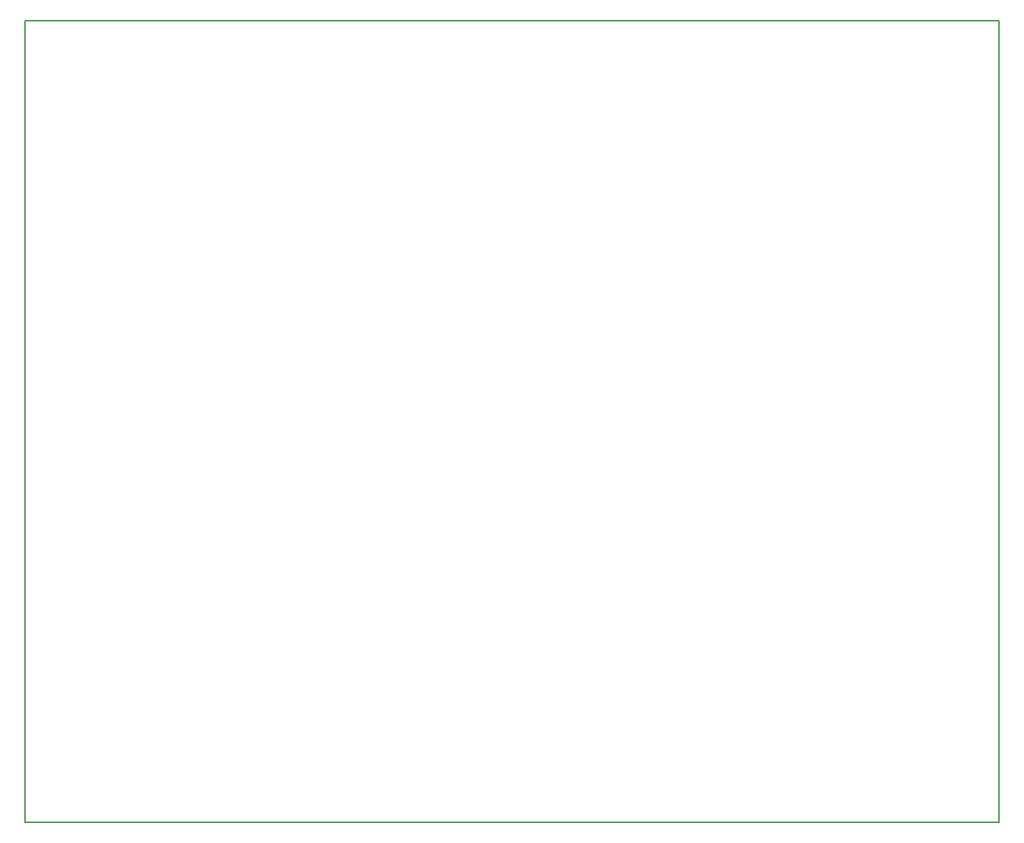
<source format=gbr>
G04 #@! TF.GenerationSoftware,KiCad,Pcbnew,5.0.0+dfsg1-2*
G04 #@! TF.CreationDate,2019-05-22T11:33:45+02:00*
G04 #@! TF.ProjectId,BLOBCNC_TOP,424C4F42434E435F544F502E6B696361,rev?*
G04 #@! TF.SameCoordinates,PXb438b80PY1b9d560*
G04 #@! TF.FileFunction,Profile,NP*
%FSLAX46Y46*%
G04 Gerber Fmt 4.6, Leading zero omitted, Abs format (unit mm)*
G04 Created by KiCad (PCBNEW 5.0.0+dfsg1-2) date Wed May 22 11:33:45 2019*
%MOMM*%
%LPD*%
G01*
G04 APERTURE LIST*
%ADD10C,0.150000*%
%ADD11C,0.200000*%
G04 APERTURE END LIST*
D10*
X-115316000Y-94996000D02*
X-115316000Y0D01*
X-113284000Y-94996000D02*
X-115316000Y-94996000D01*
X0Y-94996000D02*
X-113284000Y-94996000D01*
D11*
X0Y0D02*
X0Y-94996000D01*
X-115316000Y0D02*
X0Y0D01*
M02*

</source>
